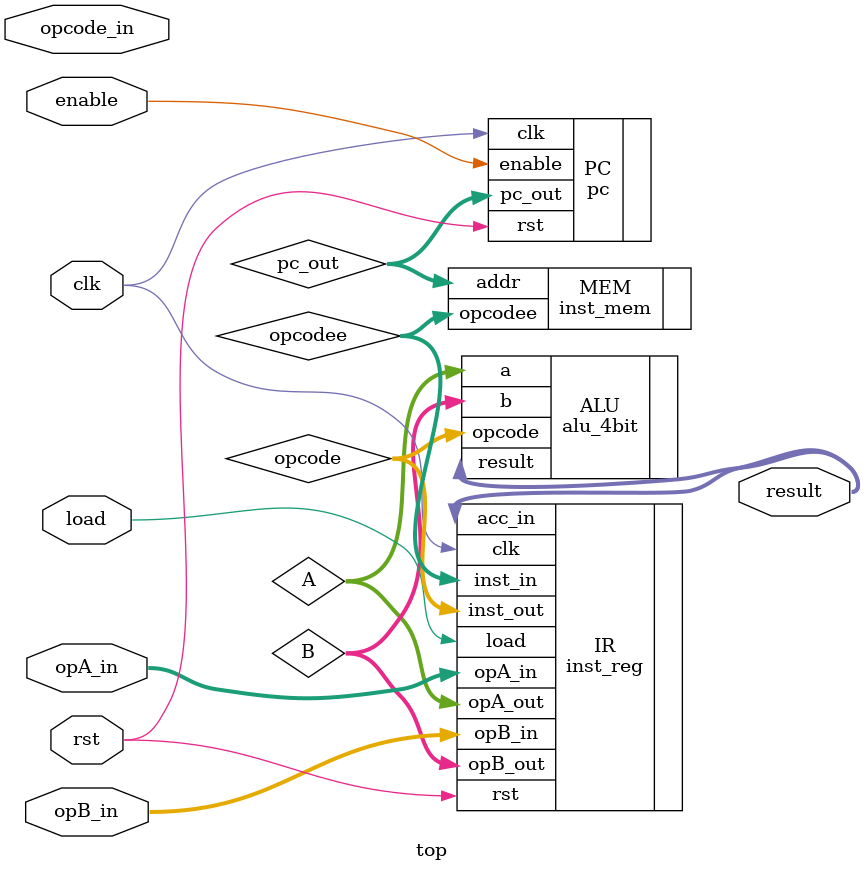
<source format=v>
`timescale 1ns / 1ps


module top(
input clk,
input rst,
input load,
input enable,
input [3:0] opA_in, 
input [3:0] opB_in,
input [2:0] opcode_in,
output [3:0] result 
);

// IR outputs
wire [2:0] opcode;
wire [3:0] A;
wire [3:0] B;
wire [3:0] acc_in;

//ALU outputs
//wire [3:0] result;

//PC AND MEM outputs
wire [3:0] pc_out;
wire [2:0] opcodee;

inst_reg IR(
    .clk(clk),
    .rst(rst),
    .load(load),
    .opA_in(opA_in),  
    .opB_in(opB_in),  
    .inst_in(opcodee),
    .inst_out(opcode),
    .opA_out(A),
    .opB_out(B),
    .acc_in(result)
    );
    
 alu_4bit ALU(
    .a(A),
    .b(B),
    .opcode(opcode),
    .result(result)
    );
 
 pc PC(
    .clk(clk),
    .rst(rst),
    .enable(enable),
    .pc_out(pc_out) 
    );
    
 inst_mem MEM(
    .addr(pc_out),
    .opcodee(opcodee)
    );
  
endmodule

</source>
